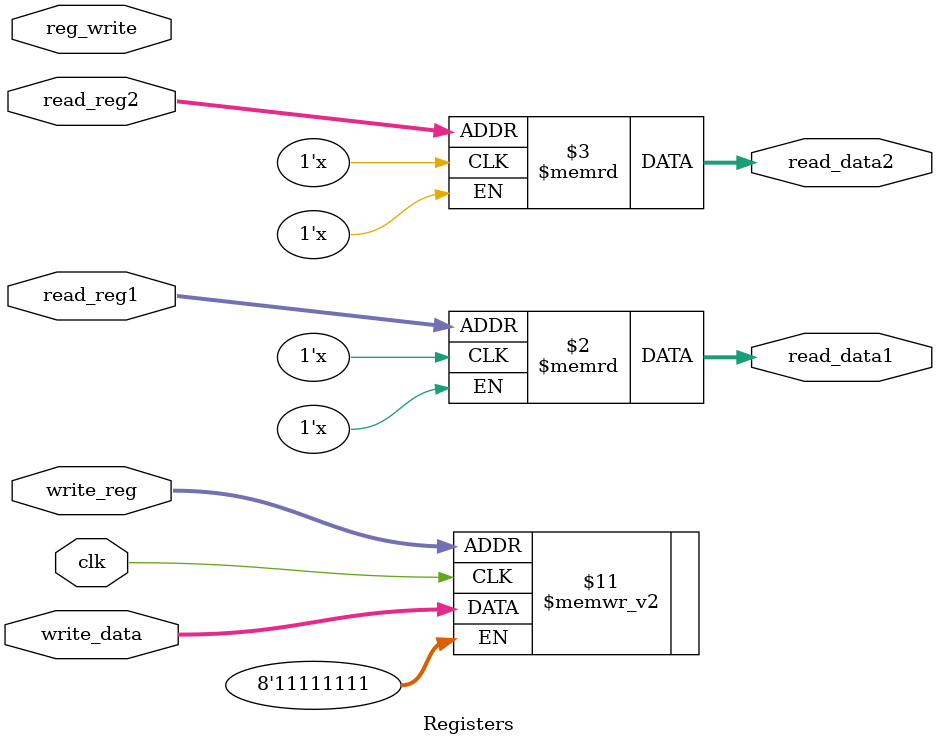
<source format=v>
`timescale 1ns / 1ps


module Registers (
    input clk,
    input [2:0] read_reg1, read_reg2, write_reg,
    input [7:0] write_data,
    input reg_write,
    output [7:0] read_data1, read_data2
);

reg [7:0] registers [7:0]; // 8 General Purpose Registers

assign read_data1 = registers[read_reg1];
assign read_data2 = registers[read_reg2];

always @(posedge clk) begin
    if (reg_write)
        $display("Writing data: %d", write_data);
        registers[write_reg] <= write_data;
        $display("Wrote ata: %d", registers[write_reg]);
        
end

endmodule


</source>
